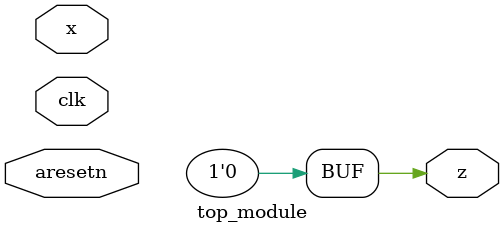
<source format=sv>
module top_module (
	input clk,
	input aresetn,
	input x,
	output reg z
);
	
	parameter S = 2'b00;
	parameter S1 = 2'b01;
	parameter S10 = 2'b10;
	parameter S11 = 2'b11;
	
	reg current_state;
	reg next_state;
	
	always @(posedge clk or negedge aresetn) begin
		if (~aresetn) begin
			current_state <= S;
		end else begin
			current_state <= next_state;
		end
	end
	
	always @(current_state or x) begin
		case (current_state)
			S: begin
				if (x) begin
					next_state = S1;
				end else begin
					next_state = S;
				end
			end
			S1: begin
				if (x) begin
					next_state = S1;
				end else begin
					next_state = S10;
				end
			end
			S10: begin
				if (x) begin
					next_state = S1;
				end else begin
					next_state = S;
				end
			end
			default: next_state = S;
		endcase
	end
	
	always @(*) begin
		case (current_state)
			S, S1: z = 1'b0;
			S10: z = x;
			default: z = 1'b0;
		endcase
	end

endmodule

</source>
